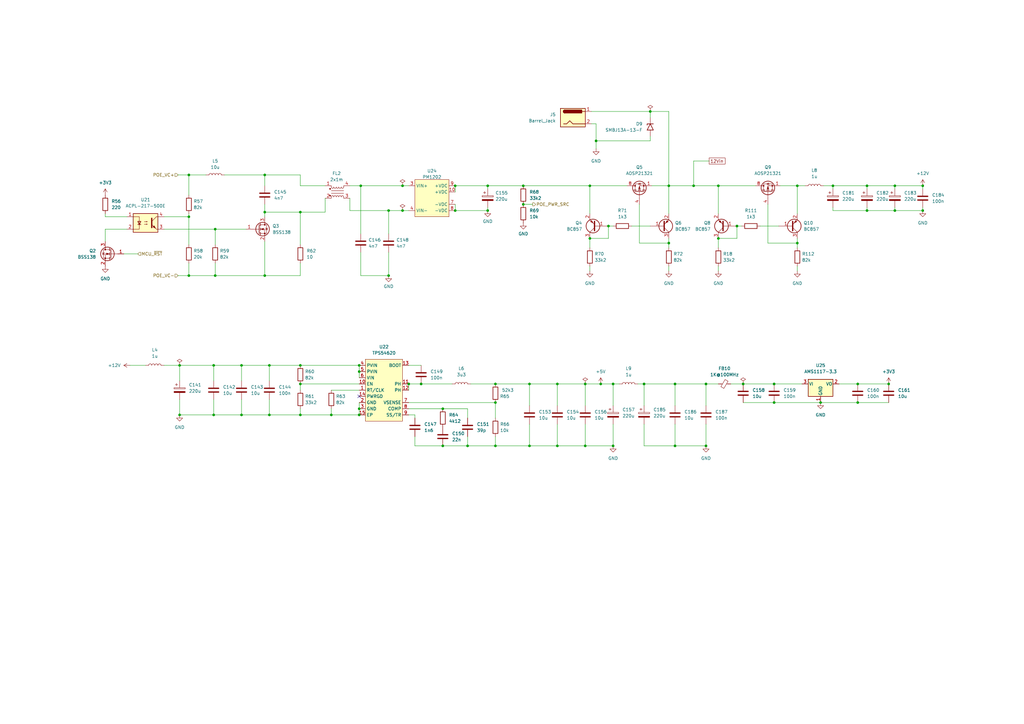
<source format=kicad_sch>
(kicad_sch (version 20230121) (generator eeschema)
  (paper "A3")
  (title_block (title "Kirdy") (date "2022-07-03") (rev "r0.1") (company "M-Labs") (comment 1 "Alex Wong Tat Hang"))
  (lib_symbols
    (symbol "Connector:Barrel_Jack" (pin_names (offset 1.016))
      (property "Reference" "J" (at 0 5.334 0))
      (property "Value" "Barrel_Jack" (at 0 -5.08 0))
      (symbol "Barrel_Jack_1_1"
        (pin passive line (at 7.62 2.54 180) (length 2.54) (name "~") (number "1"))
        (pin passive line (at 7.62 -2.54 180) (length 2.54) (name "~") (number "2"))
      )
    )
    (symbol "Device:C" (pin_numbers hide) (pin_names (offset 0.254))
      (property "Reference" "C" (at 0.635 2.54 0))
      (property "Value" "C" (at 0.635 -2.54 0))
      (symbol "C_1_1"
        (pin passive line (at 0 3.81 270) (length 2.794) (name "~") (number "1"))
        (pin passive line (at 0 -3.81 90) (length 2.794) (name "~") (number "2"))
      )
    )
    (symbol "Device:C_Polarized" (pin_numbers hide) (pin_names (offset 0.254))
      (property "Reference" "C" (at 0.635 2.54 0))
      (property "Value" "C_Polarized" (at 0.635 -2.54 0))
      (symbol "C_Polarized_1_1"
        (pin passive line (at 0 3.81 270) (length 2.794) (name "~") (number "1"))
        (pin passive line (at 0 -3.81 90) (length 2.794) (name "~") (number "2"))
      )
    )
    (symbol "Device:FerriteBead_Small" (pin_numbers hide) (pin_names (offset 0))
      (property "Reference" "FB" (at 1.905 1.27 0))
      (property "Value" "FerriteBead_Small" (at 1.905 -1.27 0))
      (symbol "FerriteBead_Small_1_1"
        (pin passive line (at 0 2.54 270) (length 1.27) (name "~") (number "1"))
        (pin passive line (at 0 -2.54 90) (length 1.27) (name "~") (number "2"))
      )
    )
    (symbol "Device:Filter_EMI_LL_1423" (pin_names hide)
      (property "Reference" "FL" (at 0 4.445 0))
      (property "Value" "Filter_EMI_LL_1423" (at 0 -4.445 0))
      (symbol "Filter_EMI_LL_1423_1_1"
        (pin passive line (at -5.08 -2.54 0) (length 2.54) (name "1") (number "1"))
        (pin passive line (at -5.08 2.54 0) (length 2.54) (name "2") (number "2"))
        (pin passive line (at 5.08 2.54 180) (length 2.54) (name "3") (number "3"))
        (pin passive line (at 5.08 -2.54 180) (length 2.54) (name "4") (number "4"))
      )
    )
    (symbol "Device:L" (pin_numbers hide) (pin_names (offset 1.016) hide)
      (property "Reference" "L" (at -1.27 0 90))
      (property "Value" "L" (at 1.905 0 90))
      (symbol "L_1_1"
        (pin passive line (at 0 3.81 270) (length 1.27) (name "1") (number "1"))
        (pin passive line (at 0 -3.81 90) (length 1.27) (name "2") (number "2"))
      )
    )
    (symbol "Device:R" (pin_numbers hide) (pin_names (offset 0))
      (property "Reference" "R" (at 2.032 0 90))
      (property "Value" "R" (at 0 0 90))
      (symbol "R_1_1"
        (pin passive line (at 0 3.81 270) (length 1.27) (name "~") (number "1"))
        (pin passive line (at 0 -3.81 90) (length 1.27) (name "~") (number "2"))
      )
    )
    (symbol "Diode:SM6T15A" (pin_numbers hide) (pin_names (offset 1.016) hide)
      (property "Reference" "D" (at 0 2.54 0))
      (property "Value" "SM6T15A" (at 0 -2.54 0))
      (symbol "SM6T15A_1_1"
        (pin passive line (at -3.81 0 0) (length 2.54) (name "A1") (number "1"))
        (pin passive line (at 3.81 0 180) (length 2.54) (name "A2") (number "2"))
      )
    )
    (symbol "Isolator:SFH617A-2X009T"
      (property "Reference" "U" (at -3.81 5.08 0))
      (property "Value" "SFH617A-2X009T" (at 0 -5.08 0))
      (symbol "SFH617A-2X009T_1_1"
        (pin passive line (at -7.62 2.54 0) (length 2.54) (name "~") (number "1"))
        (pin passive line (at -7.62 -2.54 0) (length 2.54) (name "~") (number "2"))
        (pin passive line (at 7.62 -2.54 180) (length 2.54) (name "~") (number "3"))
        (pin passive line (at 7.62 2.54 180) (length 2.54) (name "~") (number "4"))
      )
    )
    (symbol "Regulator_Linear:AMS1117-3.3" (pin_names (offset 0.254))
      (property "Reference" "U" (at -3.81 3.175 0))
      (property "Value" "AMS1117-3.3" (at 0 3.175 0))
      (symbol "AMS1117-3.3_1_1"
        (pin power_in line (at 0 -7.62 90) (length 2.54) (name "GND") (number "1"))
        (pin power_out line (at 7.62 0 180) (length 2.54) (name "VO") (number "2"))
        (pin power_in line (at -7.62 0 0) (length 2.54) (name "VI") (number "3"))
      )
    )
    (symbol "Transistor_BJT:BC857" (pin_names (offset 0) hide)
      (property "Reference" "Q" (at 5.08 1.905 0))
      (property "Value" "BC857" (at 5.08 0 0))
      (symbol "BC857_1_1"
        (pin input line (at -5.08 0 0) (length 5.715) (name "B") (number "1"))
        (pin passive line (at 2.54 -5.08 90) (length 2.54) (name "E") (number "2"))
        (pin passive line (at 2.54 5.08 270) (length 2.54) (name "C") (number "3"))
      )
    )
    (symbol "Transistor_FET:BSS138" (pin_names hide)
      (property "Reference" "Q" (at 5.08 1.905 0))
      (property "Value" "BSS138" (at 5.08 0 0))
      (symbol "BSS138_1_1"
        (pin input line (at -5.08 0 0) (length 2.54) (name "G") (number "1"))
        (pin passive line (at 2.54 -5.08 90) (length 2.54) (name "S") (number "2"))
        (pin passive line (at 2.54 5.08 270) (length 2.54) (name "D") (number "3"))
      )
    )
    (symbol "Transistor_FET:FDS9435A" (pin_names hide)
      (property "Reference" "Q" (at 5.08 1.905 0))
      (property "Value" "FDS9435A" (at 5.08 0 0))
      (symbol "FDS9435A_1_1"
        (pin passive line (at 2.54 -5.08 90) (length 2.54) (name "S") (number "1"))
        (pin passive line (at 2.54 -5.08 90) (length 2.54) hide (name "S") (number "2"))
        (pin passive line (at 2.54 -5.08 90) (length 2.54) hide (name "S") (number "3"))
        (pin passive line (at -5.08 0 0) (length 2.54) (name "G") (number "4"))
        (pin passive line (at 2.54 5.08 270) (length 2.54) hide (name "D") (number "5"))
        (pin passive line (at 2.54 5.08 270) (length 2.54) hide (name "D") (number "6"))
        (pin passive line (at 2.54 5.08 270) (length 2.54) hide (name "D") (number "7"))
        (pin passive line (at 2.54 5.08 270) (length 2.54) (name "D") (number "8"))
      )
    )
    (symbol "kirdy:PM1202"
      (property "Reference" "U" (at 6.35 -6.35 0))
      (property "Value" "PM1202" (at -2.54 -6.35 0))
      (symbol "PM1202_0_0"
        (pin no_connect line (at -2.54 6.35 90) (length 2.54) hide (name "NC") (number "1"))
        (pin power_out line (at 10.16 5.08 180) (length 2.54) (name "+VDC") (number "10"))
        (pin no_connect line (at -0.635 5.715 90) (length 2.54) hide (name "NC") (number "2"))
        (pin power_in line (at -8.89 7.62 0) (length 2.54) (name "VIN+") (number "3"))
        (pin power_in line (at -8.89 -2.54 0) (length 2.54) (name "VIN-") (number "4"))
        (pin no_connect line (at 0.635 5.715 90) (length 2.54) hide (name "NC") (number "5"))
        (pin no_connect line (at 1.905 5.715 90) (length 2.54) hide (name "NC") (number "6"))
        (pin passive line (at 10.16 0 180) (length 2.54) (name "-VDC") (number "7"))
        (pin power_out line (at 10.16 -2.54 180) (length 2.54) (name "-VDC") (number "8"))
        (pin input line (at 10.16 7.62 180) (length 2.54) (name "+VDC") (number "9"))
      )
    )
    (symbol "kirdy:TPS54620"
      (property "Reference" "U" (at 0 -17.78 0))
      (property "Value" "TPS54620" (at 0 -15.24 0))
      (symbol "TPS54620_0_0"
        (pin input line (at -10.16 0 0) (length 2.54) (name "RT/CLK") (number "1"))
        (pin input line (at -10.16 2.54 0) (length 2.54) (name "EN") (number "10"))
        (pin power_out line (at 10.16 2.54 180) (length 2.54) (name "PH") (number "11"))
        (pin passive line (at 10.16 0 180) (length 2.54) (name "PH") (number "12"))
        (pin input line (at 10.16 10.16 180) (length 2.54) (name "BOOT") (number "13"))
        (pin output line (at -10.16 -2.54 0) (length 2.54) (name "PWRGD") (number "14"))
        (pin power_in line (at -10.16 -10.16 0) (length 2.54) (name "EP") (number "15"))
        (pin power_in line (at -10.16 -5.08 0) (length 2.54) (name "GND") (number "2"))
        (pin power_in line (at -10.16 -7.62 0) (length 2.54) (name "GND") (number "3"))
        (pin power_in line (at -10.16 10.16 0) (length 2.54) (name "PVIN") (number "4"))
        (pin power_in line (at -10.16 7.62 0) (length 2.54) (name "PVIN") (number "5"))
        (pin power_in line (at -10.16 5.08 0) (length 2.54) (name "VIN") (number "6"))
        (pin input line (at 10.16 -5.08 180) (length 2.54) (name "VSENSE") (number "7"))
        (pin output line (at 10.16 -7.62 180) (length 2.54) (name "COMP") (number "8"))
        (pin output line (at 10.16 -10.16 180) (length 2.54) (name "SS/TR") (number "9"))
      )
    )
    (symbol "power:+12V" (power) (pin_names (offset 0))
      (property "Value" "+12V" (at 0 3.556 0))
      (symbol "+12V_1_1"
        (pin power_in line (at 0 0 90) (length 0) hide (name "+12V") (number "1"))
      )
    )
    (symbol "power:+3V3" (power) (pin_names (offset 0))
      (property "Value" "+3V3" (at 0 3.556 0))
      (symbol "+3V3_1_1"
        (pin power_in line (at 0 0 90) (length 0) hide (name "+3V3") (number "1"))
      )
    )
    (symbol "power:+5V" (power) (pin_names (offset 0))
      (property "Value" "+5V" (at 0 3.556 0))
      (symbol "+5V_1_1"
        (pin power_in line (at 0 0 90) (length 0) hide (name "+5V") (number "1"))
      )
    )
    (symbol "power:GND" (power) (pin_names (offset 0))
      (property "Value" "GND" (at 0 -3.81 0))
      (symbol "GND_1_1"
        (pin power_in line (at 0 0 270) (length 0) hide (name "GND") (number "1"))
      )
    )
    (symbol "power:PWR_FLAG" (power) (pin_numbers hide) (pin_names (offset 0) hide)
      (property "Value" "PWR_FLAG" (at 0 3.81 0))
      (symbol "PWR_FLAG_0_0"
        (pin power_out line (at 0 0 90) (length 0) (name "pwr") (number "1"))
      )
    )
  )
  (junction (at 214.63 76.2))
  (junction (at 87.63 149.86))
  (junction (at 200.025 86.36))
  (junction (at 186.69 86.36))
  (junction (at 364.49 157.48))
  (junction (at 241.935 97.79))
  (junction (at 276.86 157.48))
  (junction (at 181.61 182.88))
  (junction (at 274.32 99.695))
  (junction (at 147.32 167.64))
  (junction (at 241.935 76.2))
  (junction (at 88.265 93.98))
  (junction (at 251.46 182.88))
  (junction (at 181.61 167.64))
  (junction (at 284.48 76.2))
  (junction (at 246.38 157.48))
  (junction (at 108.585 86.995))
  (junction (at 317.5 165.1))
  (junction (at 228.6 157.48))
  (junction (at 203.2 157.48))
  (junction (at 77.47 113.03))
  (junction (at 123.19 86.995))
  (junction (at 378.46 86.36))
  (junction (at 251.46 157.48))
  (junction (at 110.49 170.18))
  (junction (at 167.64 157.48))
  (junction (at 159.385 113.03))
  (junction (at 274.32 76.2))
  (junction (at 135.89 170.18))
  (junction (at 73.66 170.18))
  (junction (at 214.63 83.82))
  (junction (at 302.26 92.71))
  (junction (at 200.025 76.2))
  (junction (at 165.1 86.36))
  (junction (at 244.475 57.785))
  (junction (at 77.47 88.9))
  (junction (at 240.03 182.88))
  (junction (at 147.32 149.86))
  (junction (at 203.2 182.88))
  (junction (at 336.55 165.1))
  (junction (at 108.585 113.03))
  (junction (at 240.03 157.48))
  (junction (at 249.555 92.71))
  (junction (at 110.49 149.86))
  (junction (at 351.79 165.1))
  (junction (at 147.955 76.2))
  (junction (at 108.585 71.755))
  (junction (at 294.64 97.79))
  (junction (at 123.19 170.18))
  (junction (at 317.5 157.48))
  (junction (at 289.56 157.48))
  (junction (at 351.79 157.48))
  (junction (at 203.2 165.1))
  (junction (at 327.025 76.2))
  (junction (at 355.6 86.36))
  (junction (at 367.03 76.2))
  (junction (at 217.17 182.88))
  (junction (at 165.1 76.2))
  (junction (at 304.8 157.48))
  (junction (at 217.17 157.48))
  (junction (at 87.63 170.18))
  (junction (at 378.46 76.2))
  (junction (at 123.19 149.86))
  (junction (at 341.63 76.2))
  (junction (at 73.66 149.86))
  (junction (at 186.69 76.2))
  (junction (at 266.7 45.72))
  (junction (at 77.47 71.755))
  (junction (at 327.025 99.695))
  (junction (at 99.06 170.18))
  (junction (at 294.64 76.2))
  (junction (at 289.56 182.88))
  (junction (at 88.265 113.03))
  (junction (at 147.32 152.4))
  (junction (at 367.03 86.36))
  (junction (at 228.6 182.88))
  (junction (at 191.77 182.88))
  (junction (at 99.06 149.86))
  (junction (at 159.385 86.36))
  (junction (at 123.19 157.48))
  (junction (at 276.86 182.88))
  (junction (at 147.32 170.18))
  (junction (at 172.72 157.48))
  (junction (at 264.16 157.48))
  (junction (at 355.6 76.2))
  (no_connect (at 147.32 162.56))
  (wire (pts (xy 337.82 76.2) (xy 341.63 76.2)))
  (wire (pts (xy 92.075 71.755) (xy 108.585 71.755)))
  (wire (pts (xy 108.585 86.995) (xy 108.585 88.9)))
  (wire (pts (xy 135.89 167.64) (xy 135.89 170.18)))
  (wire (pts (xy 294.64 76.2) (xy 309.88 76.2)))
  (wire (pts (xy 133.35 76.2) (xy 123.19 76.2)))
  (wire (pts (xy 378.46 77.47) (xy 378.46 76.2)))
  (wire (pts (xy 87.63 149.86) (xy 99.06 149.86)))
  (wire (pts (xy 147.32 165.1) (xy 147.32 167.64)))
  (wire (pts (xy 67.31 93.98) (xy 88.265 93.98)))
  (wire (pts (xy 186.69 86.36) (xy 200.025 86.36)))
  (wire (pts (xy 327.025 76.2) (xy 327.025 87.63)))
  (wire (pts (xy 110.49 149.86) (xy 123.19 149.86)))
  (wire (pts (xy 355.6 76.2) (xy 355.6 77.47)))
  (wire (pts (xy 50.8 104.14) (xy 56.515 104.14)))
  (wire (pts (xy 147.955 113.03) (xy 159.385 113.03)))
  (wire (pts (xy 123.19 86.995) (xy 123.19 100.33)))
  (wire (pts (xy 99.06 163.83) (xy 99.06 170.18)))
  (wire (pts (xy 264.16 157.48) (xy 276.86 157.48)))
  (wire (pts (xy 133.35 81.28) (xy 133.35 86.995)))
  (wire (pts (xy 241.935 76.2) (xy 257.175 76.2)))
  (wire (pts (xy 186.69 83.82) (xy 186.69 86.36)))
  (wire (pts (xy 294.64 97.79) (xy 294.64 101.6)))
  (wire (pts (xy 159.385 103.505) (xy 159.385 113.03)))
  (wire (pts (xy 135.89 160.02) (xy 147.32 160.02)))
  (wire (pts (xy 228.6 182.88) (xy 240.03 182.88)))
  (wire (pts (xy 327.025 99.695) (xy 327.025 101.6)))
  (wire (pts (xy 266.7 45.72) (xy 242.57 45.72)))
  (wire (pts (xy 99.06 170.18) (xy 110.49 170.18)))
  (wire (pts (xy 110.49 170.18) (xy 123.19 170.18)))
  (wire (pts (xy 143.51 86.36) (xy 159.385 86.36)))
  (wire (pts (xy 274.32 76.2) (xy 284.48 76.2)))
  (wire (pts (xy 367.03 76.2) (xy 378.46 76.2)))
  (wire (pts (xy 304.8 165.1) (xy 317.5 165.1)))
  (wire (pts (xy 170.18 179.07) (xy 170.18 182.88)))
  (wire (pts (xy 203.2 182.88) (xy 203.2 179.07)))
  (wire (pts (xy 181.61 167.64) (xy 191.77 167.64)))
  (wire (pts (xy 217.17 157.48) (xy 217.17 166.37)))
  (wire (pts (xy 53.34 149.86) (xy 59.69 149.86)))
  (wire (pts (xy 267.335 76.2) (xy 274.32 76.2)))
  (wire (pts (xy 165.1 76.2) (xy 167.64 76.2)))
  (wire (pts (xy 147.32 149.86) (xy 147.32 152.4)))
  (wire (pts (xy 73.025 113.03) (xy 77.47 113.03)))
  (wire (pts (xy 67.31 88.9) (xy 77.47 88.9)))
  (wire (pts (xy 167.64 149.86) (xy 172.72 149.86)))
  (wire (pts (xy 123.19 157.48) (xy 123.19 160.02)))
  (wire (pts (xy 88.265 113.03) (xy 88.265 107.95)))
  (wire (pts (xy 123.19 167.64) (xy 123.19 170.18)))
  (wire (pts (xy 73.66 163.83) (xy 73.66 170.18)))
  (wire (pts (xy 240.03 157.48) (xy 240.03 166.37)))
  (wire (pts (xy 251.46 182.88) (xy 251.46 173.99)))
  (wire (pts (xy 108.585 86.995) (xy 123.19 86.995)))
  (wire (pts (xy 317.5 157.48) (xy 328.93 157.48)))
  (wire (pts (xy 276.86 157.48) (xy 289.56 157.48)))
  (wire (pts (xy 99.06 149.86) (xy 110.49 149.86)))
  (wire (pts (xy 165.1 86.36) (xy 167.64 86.36)))
  (wire (pts (xy 123.19 71.755) (xy 108.585 71.755)))
  (wire (pts (xy 320.04 76.2) (xy 327.025 76.2)))
  (wire (pts (xy 167.64 165.1) (xy 203.2 165.1)))
  (wire (pts (xy 284.48 76.2) (xy 294.64 76.2)))
  (wire (pts (xy 77.47 80.01) (xy 77.47 71.755)))
  (wire (pts (xy 289.56 173.99) (xy 289.56 182.88)))
  (wire (pts (xy 251.46 157.48) (xy 251.46 166.37)))
  (wire (pts (xy 274.32 76.2) (xy 274.32 87.63)))
  (wire (pts (xy 123.19 157.48) (xy 147.32 157.48)))
  (wire (pts (xy 123.19 113.03) (xy 108.585 113.03)))
  (wire (pts (xy 244.475 50.8) (xy 242.57 50.8)))
  (wire (pts (xy 266.7 55.88) (xy 266.7 57.785)))
  (wire (pts (xy 87.63 170.18) (xy 99.06 170.18)))
  (wire (pts (xy 135.89 170.18) (xy 147.32 170.18)))
  (wire (pts (xy 77.47 113.03) (xy 88.265 113.03)))
  (wire (pts (xy 351.79 157.48) (xy 364.49 157.48)))
  (wire (pts (xy 123.19 107.95) (xy 123.19 113.03)))
  (wire (pts (xy 200.025 76.2) (xy 200.025 77.47)))
  (wire (pts (xy 327.025 76.2) (xy 330.2 76.2)))
  (wire (pts (xy 123.19 149.86) (xy 147.32 149.86)))
  (wire (pts (xy 276.86 166.37) (xy 276.86 157.48)))
  (wire (pts (xy 143.51 81.28) (xy 143.51 86.36)))
  (wire (pts (xy 276.86 182.88) (xy 289.56 182.88)))
  (wire (pts (xy 43.18 93.98) (xy 52.07 93.98)))
  (wire (pts (xy 73.66 156.21) (xy 73.66 149.86)))
  (wire (pts (xy 294.64 109.22) (xy 294.64 111.125)))
  (wire (pts (xy 108.585 113.03) (xy 88.265 113.03)))
  (wire (pts (xy 217.17 157.48) (xy 228.6 157.48)))
  (wire (pts (xy 77.47 87.63) (xy 77.47 88.9)))
  (wire (pts (xy 77.47 71.755) (xy 84.455 71.755)))
  (wire (pts (xy 159.385 86.36) (xy 159.385 95.885)))
  (wire (pts (xy 43.18 99.06) (xy 43.18 93.98)))
  (wire (pts (xy 378.46 85.09) (xy 378.46 86.36)))
  (wire (pts (xy 203.2 157.48) (xy 217.17 157.48)))
  (wire (pts (xy 344.17 157.48) (xy 351.79 157.48)))
  (wire (pts (xy 123.19 170.18) (xy 135.89 170.18)))
  (wire (pts (xy 170.18 182.88) (xy 181.61 182.88)))
  (wire (pts (xy 266.7 45.72) (xy 274.32 45.72)))
  (wire (pts (xy 294.64 76.2) (xy 294.64 87.63)))
  (wire (pts (xy 284.48 66.04) (xy 284.48 76.2)))
  (wire (pts (xy 290.83 66.04) (xy 284.48 66.04)))
  (wire (pts (xy 266.7 45.72) (xy 266.7 48.26)))
  (wire (pts (xy 367.03 76.2) (xy 367.03 77.47)))
  (wire (pts (xy 191.77 182.88) (xy 203.2 182.88)))
  (wire (pts (xy 172.72 157.48) (xy 185.42 157.48)))
  (wire (pts (xy 261.62 157.48) (xy 264.16 157.48)))
  (wire (pts (xy 108.585 71.755) (xy 108.585 76.2)))
  (wire (pts (xy 327.025 109.22) (xy 327.025 111.125)))
  (wire (pts (xy 341.63 76.2) (xy 355.6 76.2)))
  (wire (pts (xy 77.47 88.9) (xy 77.47 100.33)))
  (wire (pts (xy 110.49 163.83) (xy 110.49 170.18)))
  (wire (pts (xy 314.96 99.695) (xy 327.025 99.695)))
  (wire (pts (xy 249.555 92.71) (xy 251.46 92.71)))
  (wire (pts (xy 341.63 76.2) (xy 341.63 77.47)))
  (wire (pts (xy 88.265 93.98) (xy 100.965 93.98)))
  (wire (pts (xy 43.18 87.63) (xy 43.18 88.9)))
  (wire (pts (xy 203.2 182.88) (xy 217.17 182.88)))
  (wire (pts (xy 254 157.48) (xy 251.46 157.48)))
  (wire (pts (xy 244.475 57.785) (xy 266.7 57.785)))
  (wire (pts (xy 241.935 97.79) (xy 241.935 101.6)))
  (wire (pts (xy 355.6 76.2) (xy 367.03 76.2)))
  (wire (pts (xy 241.935 76.2) (xy 241.935 87.63)))
  (wire (pts (xy 88.265 93.98) (xy 88.265 100.33)))
  (wire (pts (xy 314.96 83.82) (xy 314.96 99.695)))
  (wire (pts (xy 228.6 157.48) (xy 240.03 157.48)))
  (wire (pts (xy 264.16 182.88) (xy 264.16 173.99)))
  (wire (pts (xy 77.47 107.95) (xy 77.47 113.03)))
  (wire (pts (xy 367.03 85.09) (xy 367.03 86.36)))
  (wire (pts (xy 73.66 149.86) (xy 87.63 149.86)))
  (wire (pts (xy 262.255 83.82) (xy 262.255 99.695)))
  (wire (pts (xy 200.025 86.36) (xy 200.025 85.09)))
  (wire (pts (xy 147.955 103.505) (xy 147.955 113.03)))
  (wire (pts (xy 147.32 167.64) (xy 147.32 170.18)))
  (wire (pts (xy 299.72 157.48) (xy 304.8 157.48)))
  (wire (pts (xy 244.475 57.785) (xy 244.475 50.8)))
  (wire (pts (xy 274.32 109.22) (xy 274.32 111.125)))
  (wire (pts (xy 241.935 109.22) (xy 241.935 111.125)))
  (wire (pts (xy 87.63 149.86) (xy 87.63 156.21)))
  (wire (pts (xy 186.69 76.2) (xy 186.69 78.74)))
  (wire (pts (xy 317.5 165.1) (xy 336.55 165.1)))
  (wire (pts (xy 203.2 171.45) (xy 203.2 165.1)))
  (wire (pts (xy 167.64 157.48) (xy 172.72 157.48)))
  (wire (pts (xy 147.32 152.4) (xy 147.32 154.94)))
  (wire (pts (xy 108.585 99.06) (xy 108.585 113.03)))
  (wire (pts (xy 170.18 170.18) (xy 170.18 171.45)))
  (wire (pts (xy 193.04 157.48) (xy 203.2 157.48)))
  (wire (pts (xy 241.935 97.79) (xy 249.555 97.79)))
  (wire (pts (xy 133.35 86.995) (xy 123.19 86.995)))
  (wire (pts (xy 367.03 86.36) (xy 378.46 86.36)))
  (wire (pts (xy 214.63 83.82) (xy 218.44 83.82)))
  (wire (pts (xy 159.385 86.36) (xy 165.1 86.36)))
  (wire (pts (xy 228.6 157.48) (xy 228.6 166.37)))
  (wire (pts (xy 264.16 182.88) (xy 276.86 182.88)))
  (wire (pts (xy 87.63 163.83) (xy 87.63 170.18)))
  (wire (pts (xy 191.77 182.88) (xy 191.77 179.07)))
  (wire (pts (xy 249.555 97.79) (xy 249.555 92.71)))
  (wire (pts (xy 294.64 97.79) (xy 302.26 97.79)))
  (wire (pts (xy 240.03 173.99) (xy 240.03 182.88)))
  (wire (pts (xy 108.585 83.82) (xy 108.585 86.995)))
  (wire (pts (xy 217.17 173.99) (xy 217.17 182.88)))
  (wire (pts (xy 167.64 170.18) (xy 170.18 170.18)))
  (wire (pts (xy 327.025 97.79) (xy 327.025 99.695)))
  (wire (pts (xy 186.69 76.2) (xy 200.025 76.2)))
  (wire (pts (xy 246.38 157.48) (xy 251.46 157.48)))
  (wire (pts (xy 181.61 182.88) (xy 191.77 182.88)))
  (wire (pts (xy 341.63 86.36) (xy 355.6 86.36)))
  (wire (pts (xy 355.6 86.36) (xy 367.03 86.36)))
  (wire (pts (xy 73.66 170.18) (xy 87.63 170.18)))
  (wire (pts (xy 123.19 76.2) (xy 123.19 71.755)))
  (wire (pts (xy 355.6 85.09) (xy 355.6 86.36)))
  (wire (pts (xy 276.86 173.99) (xy 276.86 182.88)))
  (wire (pts (xy 302.26 92.71) (xy 304.165 92.71)))
  (wire (pts (xy 67.31 149.86) (xy 73.66 149.86)))
  (wire (pts (xy 228.6 173.99) (xy 228.6 182.88)))
  (wire (pts (xy 110.49 149.86) (xy 110.49 156.21)))
  (wire (pts (xy 264.16 166.37) (xy 264.16 157.48)))
  (wire (pts (xy 191.77 167.64) (xy 191.77 171.45)))
  (wire (pts (xy 240.03 182.88) (xy 251.46 182.88)))
  (wire (pts (xy 147.955 76.2) (xy 165.1 76.2)))
  (wire (pts (xy 274.32 99.695) (xy 274.32 101.6)))
  (wire (pts (xy 262.255 99.695) (xy 274.32 99.695)))
  (wire (pts (xy 341.63 86.36) (xy 341.63 85.09)))
  (wire (pts (xy 351.79 165.1) (xy 364.49 165.1)))
  (wire (pts (xy 167.64 167.64) (xy 181.61 167.64)))
  (wire (pts (xy 304.8 157.48) (xy 317.5 157.48)))
  (wire (pts (xy 274.32 45.72) (xy 274.32 76.2)))
  (wire (pts (xy 200.025 76.2) (xy 214.63 76.2)))
  (wire (pts (xy 259.08 92.71) (xy 266.7 92.71)))
  (wire (pts (xy 99.06 156.21) (xy 99.06 149.86)))
  (wire (pts (xy 311.785 92.71) (xy 319.405 92.71)))
  (wire (pts (xy 289.56 157.48) (xy 294.64 157.48)))
  (wire (pts (xy 302.26 97.79) (xy 302.26 92.71)))
  (wire (pts (xy 167.64 157.48) (xy 167.64 160.02)))
  (wire (pts (xy 73.025 71.755) (xy 77.47 71.755)))
  (wire (pts (xy 143.51 76.2) (xy 147.955 76.2)))
  (wire (pts (xy 214.63 76.2) (xy 241.935 76.2)))
  (wire (pts (xy 43.18 88.9) (xy 52.07 88.9)))
  (wire (pts (xy 147.955 76.2) (xy 147.955 95.885)))
  (wire (pts (xy 274.32 97.79) (xy 274.32 99.695)))
  (wire (pts (xy 240.03 157.48) (xy 246.38 157.48)))
  (wire (pts (xy 217.17 182.88) (xy 228.6 182.88)))
  (wire (pts (xy 244.475 60.96) (xy 244.475 57.785)))
  (wire (pts (xy 289.56 166.37) (xy 289.56 157.48)))
  (wire (pts (xy 336.55 165.1) (xy 351.79 165.1)))
  (global_label "12Vin" (shape passive) (at 290.83 66.04 0) (property "Intersheetrefs" "${INTERSHEET_REFS}" (effects hide)))
  (hierarchical_label "POE_PWR_SRC" (shape output) (at 218.44 83.82 0))
  (hierarchical_label "POE_VC+" (shape input) (at 73.025 71.755 180))
  (hierarchical_label "POE_VC-" (shape input) (at 73.025 113.03 180))
  (hierarchical_label "MCU_~{RST}" (shape input) (at 56.515 104.14 0))
  (symbol (lib_id "Device:L") (at 189.23 157.48 90) (unit 1)
    (property "Reference" "L6" (at 189.23 151.13 90))
    (property "Value" "3u3" (at 189.23 153.67 90))
    (property "Footprint" "Inductor_SMD:L_Wuerth_MAPI-4020" (effects hide))
    (property "MFR_PN" "74438356033" (effects hide))
  )
  (symbol (lib_id "Device:C") (at 276.86 170.18 0) (unit 1)
    (property "Reference" "C186" (at 280.67 168.9099 0) (effects (justify left)))
    (property "Value" "10u" (at 280.67 171.4499 0) (effects (justify left)))
    (property "Footprint" "Capacitor_SMD:C_0805_2012Metric" (effects hide))
    (property "MFR_PN" "CL21B106KOQNNNG" (effects hide))
    (property "MFR_PN_ALT" "CL21B106KOQNNNE" (effects hide))
  )
  (symbol (lib_id "Device:C") (at 378.46 81.28 0) (unit 1)
    (property "Reference" "C184" (at 382.27 80.0099 0) (effects (justify left)))
    (property "Value" "100n" (at 382.27 82.5499 0) (effects (justify left)))
    (property "Footprint" "Capacitor_SMD:C_0603_1608Metric" (effects hide))
    (property "MFR_PN" "CL10B104KB8NNWC" (effects hide))
    (property "MFR_PN_ALT" "CL10B104KB8NNNL" (effects hide))
  )
  (symbol (lib_id "Transistor_FET:BSS138") (at 106.045 93.98 0) (unit 1)
    (property "Reference" "Q3" (at 111.76 92.7099 0) (effects (justify left)))
    (property "Value" "BSS138" (at 111.76 95.2499 0) (effects (justify left)))
    (property "Footprint" "Package_TO_SOT_SMD:SOT-23" (effects hide))
    (property "Datasheet" "https://www.onsemi.com/pub/Collateral/BSS138-D.PDF" (effects hide))
    (property "MFR_PN" "BSS138W-TP" (effects hide))
    (property "MFR_PN_ALT" "BSS138W-7-F" (effects hide))
  )
  (symbol (lib_id "Device:R") (at 77.47 104.14 0) (unit 1)
    (property "Reference" "R58" (at 79.375 102.8699 0) (effects (justify left)))
    (property "Value" "20k" (at 79.375 105.4099 0) (effects (justify left)))
    (property "Footprint" "Resistor_SMD:R_0603_1608Metric" (effects hide))
    (property "MFR_PN" "RMCF0603FT20K0" (effects hide))
    (property "MFR_PN_ALT" "RC0603FR-0720KL" (effects hide))
  )
  (symbol (lib_id "Device:L") (at 88.265 71.755 90) (unit 1)
    (property "Reference" "L5" (at 88.265 66.04 90))
    (property "Value" "10u" (at 88.265 68.58 90))
    (property "Footprint" "Inductor_SMD:L_Wuerth_WE-PD-Typ-LS" (effects hide))
    (property "MFR_PN" "74477110" (effects hide))
  )
  (symbol (lib_id "Device:R") (at 294.64 105.41 0) (unit 1)
    (property "Reference" "R18" (at 296.545 104.1399 0) (effects (justify left)))
    (property "Value" "33k2" (at 296.545 106.6799 0) (effects (justify left)))
    (property "Footprint" "Resistor_SMD:R_0603_1608Metric" (effects hide))
    (property "MFR_PN" "CR0603-FX-3322ELF" (effects hide))
    (property "MFR_PN_ALT" "RC0603FR-0733K2L" (effects hide))
  )
  (symbol (lib_id "Device:C") (at 170.18 175.26 0) (unit 1)
    (property "Reference" "C147" (at 173.99 173.9899 0) (effects (justify left)))
    (property "Value" "1n6" (at 173.99 176.5299 0) (effects (justify left)))
    (property "Footprint" "Capacitor_SMD:C_0603_1608Metric" (effects hide))
    (property "MFR_PN" "GCM1885C1H162FA16D" (effects hide))
    (property "MFR_PN_ALT" "C0603C162J5GAC7867" (effects hide))
  )
  (symbol (lib_id "Device:C_Polarized") (at 264.16 170.18 0) (unit 1)
    (property "Reference" "C185" (at 267.97 168.0209 0) (effects (justify left)))
    (property "Value" "220u" (at 267.97 170.5609 0) (effects (justify left)))
    (property "Footprint" "Capacitor_Tantalum_SMD:CP_EIA-7343-15_Kemet-W" (effects hide))
    (property "MFR_PN" "T491D227K016AT" (effects hide))
    (property "MFR_PN_ALT" "293D227X9016E2TE3" (effects hide))
  )
  (symbol (lib_id "Isolator:SFH617A-2X009T") (at 59.69 91.44 0) (unit 1)
    (property "Reference" "U21" (at 59.69 81.915 0))
    (property "Value" "ACPL-217-500E" (at 59.69 84.455 0))
    (property "Footprint" "Package_DIP:SMDIP-4_W7.62mm" (effects hide))
    (property "Datasheet" "http://www.vishay.com/docs/83740/sfh617a.pdf" (effects hide))
    (property "MFR_PN" "EL3H7(C)(TA)-VG" (effects hide))
  )
  (symbol (lib_id "Transistor_BJT:BC857") (at 324.485 92.71 0) (mirror x) (unit 1)
    (property "Reference" "Q10" (at 329.565 91.4399 0) (effects (justify left)))
    (property "Value" "BC857" (at 329.565 93.9799 0) (effects (justify left)))
    (property "Footprint" "Package_TO_SOT_SMD:SOT-23" (effects hide))
    (property "Datasheet" "https://www.onsemi.com/pub/Collateral/BC860-D.pdf" (effects hide))
    (property "MFR_PN" "BC857B-TP" (effects hide))
    (property "MFR_PN_ALT" "BC857C-TP" (effects hide))
  )
  (symbol (lib_id "Device:C") (at 108.585 80.01 0) (unit 1)
    (property "Reference" "C145" (at 112.395 78.7399 0) (effects (justify left)))
    (property "Value" "4n7" (at 112.395 81.2799 0) (effects (justify left)))
    (property "Footprint" "Capacitor_SMD:C_1206_3216Metric" (effects hide))
    (property "MFR_PN" "12067C472KAT2A" (effects hide))
    (property "MFR_PN_ALT" "1206B472K501NT" (effects hide))
  )
  (symbol (lib_id "Device:C") (at 240.03 170.18 0) (unit 1)
    (property "Reference" "C156" (at 243.84 168.9099 0) (effects (justify left)))
    (property "Value" "10u" (at 243.84 171.4499 0) (effects (justify left)))
    (property "Footprint" "Capacitor_SMD:C_0805_2012Metric" (effects hide))
    (property "MFR_PN" "CL21B106KOQNNNG" (effects hide))
    (property "MFR_PN_ALT" "CL21B106KOQNNNE" (effects hide))
  )
  (symbol (lib_id "Device:R") (at 88.265 104.14 0) (unit 1)
    (property "Reference" "R59" (at 90.17 102.8699 0) (effects (justify left)))
    (property "Value" "82k" (at 90.17 105.4099 0) (effects (justify left)))
    (property "Footprint" "Resistor_SMD:R_0603_1608Metric" (effects hide))
    (property "MFR_PN" "CRGCQ0603F82K" (effects hide))
    (property "MFR_PN_ALT" "RMCF0603FT82K0" (effects hide))
  )
  (symbol (lib_id "power:GND") (at 159.385 113.03 0) (unit 1)
    (property "Reference" "#PWR0129" (effects hide))
    (property "Value" "GND" (at 159.385 117.475 0))
  )
  (symbol (lib_id "Device:C") (at 147.955 99.695 0) (unit 1)
    (property "Reference" "C146" (at 151.13 98.4249 0) (effects (justify left)))
    (property "Value" "4n7" (at 151.13 100.9649 0) (effects (justify left)))
    (property "Footprint" "Capacitor_SMD:C_1206_3216Metric" (effects hide))
    (property "MFR_PN" "12067C472KAT2A" (effects hide))
    (property "MFR_PN_ALT" "1206B472K501NT" (effects hide))
  )
  (symbol (lib_id "power:GND") (at 244.475 60.96 0) (mirror y) (unit 1)
    (property "Reference" "#PWR0140" (effects hide))
    (property "Value" "GND" (at 244.475 66.04 0))
  )
  (symbol (lib_id "Device:C_Polarized") (at 341.63 81.28 0) (unit 1)
    (property "Reference" "C181" (at 345.44 79.1209 0) (effects (justify left)))
    (property "Value" "220u" (at 345.44 81.6609 0) (effects (justify left)))
    (property "Footprint" "Capacitor_Tantalum_SMD:CP_EIA-7343-15_Kemet-W" (effects hide))
    (property "MFR_PN" "T491D227K016AT" (effects hide))
    (property "MFR_PN_ALT" "293D227X9016E2TE3" (effects hide))
  )
  (symbol (lib_id "power:GND") (at 274.32 111.125 0) (unit 1)
    (property "Reference" "#PWR0137" (effects hide))
    (property "Value" "GND" (at 274.32 116.205 0))
  )
  (symbol (lib_id "Device:R") (at 181.61 171.45 0) (unit 1)
    (property "Reference" "R64" (at 184.15 170.1799 0) (effects (justify left)))
    (property "Value" "4k12" (at 184.15 172.7199 0) (effects (justify left)))
    (property "Footprint" "Resistor_SMD:R_0603_1608Metric" (effects hide))
    (property "MFR_PN" "RMCF0603FT4K12" (effects hide))
    (property "MFR_PN_ALT" "RC0603FR-074K12L" (effects hide))
  )
  (symbol (lib_id "Device:C") (at 304.8 161.29 0) (unit 1)
    (property "Reference" "C158" (at 308.61 160.0199 0) (effects (justify left)))
    (property "Value" "10u" (at 308.61 162.5599 0) (effects (justify left)))
    (property "Footprint" "Capacitor_SMD:C_0805_2012Metric" (effects hide))
    (property "MFR_PN" "CL21B106KOQNNNG" (effects hide))
    (property "MFR_PN_ALT" "CL21B106KOQNNNE" (effects hide))
  )
  (symbol (lib_id "Device:C") (at 351.79 161.29 0) (unit 1)
    (property "Reference" "C160" (at 355.6 160.0199 0) (effects (justify left)))
    (property "Value" "100n" (at 355.6 162.5599 0) (effects (justify left)))
    (property "Footprint" "Capacitor_SMD:C_0603_1608Metric" (effects hide))
    (property "MFR_PN" "CL10B104KB8NNWC" (effects hide))
    (property "MFR_PN_ALT" "CL10B104KB8NNNL" (effects hide))
  )
  (symbol (lib_id "power:+12V") (at 378.46 76.2 0) (unit 1)
    (property "Reference" "#PWR0136" (effects hide))
    (property "Value" "+12V" (at 378.46 71.12 0))
  )
  (symbol (lib_id "power:PWR_FLAG") (at 304.8 157.48 0) (unit 1)
    (property "Reference" "#FLG0111" (effects hide))
    (property "Value" "PWR_FLAG" (effects hide))
  )
  (symbol (lib_id "power:GND") (at 241.935 111.125 0) (unit 1)
    (property "Reference" "#PWR0135" (effects hide))
    (property "Value" "GND" (at 241.935 116.205 0))
  )
  (symbol (lib_id "Device:C") (at 87.63 160.02 0) (unit 1)
    (property "Reference" "C142" (at 91.44 158.7499 0) (effects (justify left)))
    (property "Value" "10u" (at 91.44 161.2899 0) (effects (justify left)))
    (property "Footprint" "Capacitor_SMD:C_0805_2012Metric" (effects hide))
    (property "MFR_PN" "CL21B106KOQNNNG" (effects hide))
    (property "MFR_PN_ALT" "CL21B106KOQNNNE" (effects hide))
  )
  (symbol (lib_id "Device:R") (at 123.19 153.67 0) (unit 1)
    (property "Reference" "R60" (at 125.095 152.3999 0) (effects (justify left)))
    (property "Value" "82k" (at 125.095 154.9399 0) (effects (justify left)))
    (property "Footprint" "Resistor_SMD:R_0603_1608Metric" (effects hide))
    (property "MFR_PN" "CRGCQ0603F82K" (effects hide))
    (property "MFR_PN_ALT" "RMCF0603FT82K0" (effects hide))
  )
  (symbol (lib_id "Device:C_Polarized") (at 251.46 170.18 0) (unit 1)
    (property "Reference" "C157" (at 255.27 168.0209 0) (effects (justify left)))
    (property "Value" "220u" (at 255.27 170.5609 0) (effects (justify left)))
    (property "Footprint" "Capacitor_Tantalum_SMD:CP_EIA-7343-15_Kemet-W" (effects hide))
    (property "MFR_PN" "T491D227K016AT" (effects hide))
    (property "MFR_PN_ALT" "293D227X9016E2TE3" (effects hide))
  )
  (symbol (lib_id "kirdy:PM1202") (at 176.53 83.82 0) (unit 1)
    (property "Reference" "U24" (at 177.165 70.0872 0))
    (property "Value" "PM1202" (at 177.165 72.6241 0))
    (property "Footprint" "kirdy:PM1202" (effects hide))
  )
  (symbol (lib_id "Device:R") (at 307.975 92.71 90) (unit 1)
    (property "Reference" "R111" (at 307.975 86.36 90))
    (property "Value" "1k3" (at 307.975 88.9 90))
    (property "Footprint" "Resistor_SMD:R_0603_1608Metric" (effects hide))
    (property "MFR_PN" "RC0603FR-071K3L" (effects hide))
    (property "MFR_PN_ALT" "CRCW06031K30FKEAC" (effects hide))
  )
  (symbol (lib_id "Device:C") (at 172.72 153.67 0) (unit 1)
    (property "Reference" "C149" (at 176.53 152.3999 0) (effects (justify left)))
    (property "Value" "100n" (at 176.53 154.9399 0) (effects (justify left)))
    (property "Footprint" "Capacitor_SMD:C_0603_1608Metric" (effects hide))
    (property "MFR_PN" "CL10B104KB8NNWC" (effects hide))
    (property "MFR_PN_ALT" "CL10B104KB8NNNL" (effects hide))
  )
  (symbol (lib_id "Diode:SM6T15A") (at 266.7 52.07 90) (mirror x) (unit 1)
    (property "Reference" "D9" (at 263.525 50.7999 90) (effects (justify left)))
    (property "Value" "SMBJ13A-13-F" (at 263.525 53.3399 90) (effects (justify left)))
    (property "Footprint" "Diode_SMD:D_SMB" (effects hide))
    (property "Datasheet" "https://www.st.com/resource/en/datasheet/sm6t.pdf" (effects hide))
    (property "MFR_PN" "SMBJ13A-13-F" (effects hide))
    (property "MFR_PN_ALT" "P6SMB16A" (effects hide))
  )
  (symbol (lib_id "Device:C_Polarized") (at 355.6 81.28 0) (unit 1)
    (property "Reference" "C182" (at 359.41 79.1209 0) (effects (justify left)))
    (property "Value" "220u" (at 359.41 81.6609 0) (effects (justify left)))
    (property "Footprint" "Capacitor_Tantalum_SMD:CP_EIA-7343-15_Kemet-W" (effects hide))
    (property "MFR_PN" "T491D227K016AT" (effects hide))
    (property "MFR_PN_ALT" "293D227X9016E2TE3" (effects hide))
  )
  (symbol (lib_id "Device:C") (at 228.6 170.18 0) (unit 1)
    (property "Reference" "C154" (at 232.41 168.9099 0) (effects (justify left)))
    (property "Value" "10u" (at 232.41 171.4499 0) (effects (justify left)))
    (property "Footprint" "Capacitor_SMD:C_0805_2012Metric" (effects hide))
    (property "MFR_PN" "CL21B106KOQNNNG" (effects hide))
    (property "MFR_PN_ALT" "CL21B106KOQNNNE" (effects hide))
  )
  (symbol (lib_id "Device:R") (at 203.2 161.29 180) (unit 1)
    (property "Reference" "R65" (at 207.01 162.56 0))
    (property "Value" "52k3" (at 208.28 160.02 0))
    (property "Footprint" "Resistor_SMD:R_0603_1608Metric" (effects hide))
    (property "MFR_PN" "CR0603-FX-5232ELF" (effects hide))
    (property "MFR_PN_ALT" "ERJ-3EKF5232V" (effects hide))
  )
  (symbol (lib_id "Device:C") (at 191.77 175.26 0) (unit 1)
    (property "Reference" "C151" (at 195.58 173.9899 0) (effects (justify left)))
    (property "Value" "39p" (at 195.58 176.5299 0) (effects (justify left)))
    (property "Footprint" "Capacitor_SMD:C_0603_1608Metric" (effects hide))
    (property "MFR_PN" "0603N390J500CT" (effects hide))
    (property "MFR_PN_ALT" "CML0603C0G390JT50V" (effects hide))
  )
  (symbol (lib_id "power:+3V3") (at 43.18 80.01 0) (unit 1)
    (property "Reference" "#PWR0126" (effects hide))
    (property "Value" "+3V3" (at 43.18 74.93 0))
  )
  (symbol (lib_id "Device:R") (at 214.63 80.01 0) (unit 1)
    (property "Reference" "R68" (at 217.17 78.7399 0) (effects (justify left)))
    (property "Value" "33k2" (at 217.17 81.2799 0) (effects (justify left)))
    (property "Footprint" "Resistor_SMD:R_0603_1608Metric" (effects hide))
    (property "MFR_PN" "CR0603-FX-3322ELF" (effects hide))
    (property "MFR_PN_ALT" "RC0603FR-0733K2L" (effects hide))
  )
  (symbol (lib_id "power:GND") (at 73.66 170.18 0) (unit 1)
    (property "Reference" "#PWR0128" (effects hide))
    (property "Value" "GND" (at 73.66 175.26 0))
  )
  (symbol (lib_id "power:PWR_FLAG") (at 165.1 76.2 0) (unit 1)
    (property "Reference" "#FLG0115" (effects hide))
    (property "Value" "PWR_FLAG" (effects hide))
  )
  (symbol (lib_id "power:GND") (at 43.18 109.22 0) (unit 1)
    (property "Reference" "#PWR0127" (effects hide))
    (property "Value" "GND" (at 43.18 114.3 0))
  )
  (symbol (lib_id "Device:R") (at 255.27 92.71 90) (unit 1)
    (property "Reference" "R71" (at 255.27 86.36 90))
    (property "Value" "1k3" (at 255.27 88.9 90))
    (property "Footprint" "Resistor_SMD:R_0603_1608Metric" (effects hide))
    (property "MFR_PN" "RC0603FR-071K3L" (effects hide))
    (property "MFR_PN_ALT" "CRCW06031K30FKEAC" (effects hide))
  )
  (symbol (lib_id "Device:C_Polarized") (at 200.025 81.28 0) (unit 1)
    (property "Reference" "C155" (at 203.2 79.1209 0) (effects (justify left)))
    (property "Value" "220u" (at 203.2 81.6609 0) (effects (justify left)))
    (property "Footprint" "Capacitor_Tantalum_SMD:CP_EIA-7343-15_Kemet-W" (effects hide))
    (property "MFR_PN" "T491D227K016AT" (effects hide))
    (property "MFR_PN_ALT" "293D227X9016E2TE3" (effects hide))
  )
  (symbol (lib_id "Device:L") (at 257.81 157.48 90) (unit 1)
    (property "Reference" "L9" (at 257.81 151.13 90))
    (property "Value" "1u" (at 257.81 153.67 90))
    (property "Footprint" "Inductor_SMD:L_1008_2520Metric" (effects hide))
    (property "MFR_PN" "DFE252012F-1R0M=P2" (effects hide))
    (property "MFR_PN_ALT" "DFE252012P-1R0M=P2" (effects hide))
  )
  (symbol (lib_id "Device:C") (at 289.56 170.18 0) (unit 1)
    (property "Reference" "C187" (at 293.37 168.9099 0) (effects (justify left)))
    (property "Value" "100n" (at 293.37 171.4499 0) (effects (justify left)))
    (property "Footprint" "Capacitor_SMD:C_0603_1608Metric" (effects hide))
    (property "MFR_PN" "CL10B104KB8NNWC" (effects hide))
    (property "MFR_PN_ALT" "CL10B104KB8NNNL" (effects hide))
  )
  (symbol (lib_id "power:+5V") (at 246.38 157.48 0) (unit 1)
    (property "Reference" "#PWR0133" (effects hide))
    (property "Value" "+5V" (at 246.38 152.4 0))
  )
  (symbol (lib_id "Device:R") (at 241.935 105.41 0) (unit 1)
    (property "Reference" "R70" (at 243.84 104.1399 0) (effects (justify left)))
    (property "Value" "33k2" (at 243.84 106.6799 0) (effects (justify left)))
    (property "Footprint" "Resistor_SMD:R_0603_1608Metric" (effects hide))
    (property "MFR_PN" "CR0603-FX-3322ELF" (effects hide))
    (property "MFR_PN_ALT" "RC0603FR-0733K2L" (effects hide))
  )
  (symbol (lib_id "Device:R") (at 43.18 83.82 0) (unit 1)
    (property "Reference" "R56" (at 45.72 82.5499 0) (effects (justify left)))
    (property "Value" "220" (at 45.72 85.0899 0) (effects (justify left)))
    (property "Footprint" "Resistor_SMD:R_0603_1608Metric" (effects hide))
    (property "MFR_PN" "WR06X2200FTL" (effects hide))
    (property "MFR_PN_ALT" "CRGCQ0603F220R" (effects hide))
  )
  (symbol (lib_id "Transistor_FET:BSS138") (at 45.72 104.14 0) (mirror y) (unit 1)
    (property "Reference" "Q2" (at 39.37 102.8699 0) (effects (justify left)))
    (property "Value" "BSS138" (at 39.37 105.4099 0) (effects (justify left)))
    (property "Footprint" "Package_TO_SOT_SMD:SOT-23" (effects hide))
    (property "Datasheet" "https://www.onsemi.com/pub/Collateral/BSS138-D.PDF" (effects hide))
    (property "MFR_PN" "BSS138W-TP" (effects hide))
    (property "MFR_PN_ALT" "BSS138W-7-F" (effects hide))
  )
  (symbol (lib_id "power:PWR_FLAG") (at 73.66 149.86 0) (unit 1)
    (property "Reference" "#FLG0112" (effects hide))
    (property "Value" "PWR_FLAG" (effects hide))
  )
  (symbol (lib_id "Transistor_BJT:BC857") (at 297.18 92.71 180) (unit 1)
    (property "Reference" "Q8" (at 291.465 91.4399 0) (effects (justify left)))
    (property "Value" "BC857" (at 291.465 93.9799 0) (effects (justify left)))
    (property "Footprint" "Package_TO_SOT_SMD:SOT-23" (effects hide))
    (property "Datasheet" "https://www.onsemi.com/pub/Collateral/BC860-D.pdf" (effects hide))
    (property "MFR_PN" "BC857B-TP" (effects hide))
    (property "MFR_PN_ALT" "BC857C-TP" (effects hide))
  )
  (symbol (lib_id "power:GND") (at 327.025 111.125 0) (unit 1)
    (property "Reference" "#PWR064" (effects hide))
    (property "Value" "GND" (at 327.025 116.205 0))
  )
  (symbol (lib_id "power:PWR_FLAG") (at 165.1 86.36 0) (unit 1)
    (property "Reference" "#FLG0116" (effects hide))
    (property "Value" "PWR_FLAG" (effects hide))
  )
  (symbol (lib_id "Device:R") (at 203.2 175.26 0) (unit 1)
    (property "Reference" "R66" (at 205.105 173.9899 0) (effects (justify left)))
    (property "Value" "10k" (at 205.105 176.5299 0) (effects (justify left)))
    (property "Footprint" "Resistor_SMD:R_0603_1608Metric" (effects hide))
    (property "MFR_PN" "RNCP0603FTD10K0" (effects hide))
    (property "MFR_PN_ALT" "RMCF0603FT10K0" (effects hide))
  )
  (symbol (lib_id "Device:C") (at 181.61 179.07 0) (unit 1)
    (property "Reference" "C150" (at 185.42 177.7999 0) (effects (justify left)))
    (property "Value" "22n" (at 185.42 180.3399 0) (effects (justify left)))
    (property "Footprint" "Capacitor_SMD:C_0603_1608Metric" (effects hide))
    (property "MFR_PN" "06035C223JAT2A" (effects hide))
    (property "MFR_PN_ALT" "0603B223J250CT" (effects hide))
  )
  (symbol (lib_id "Device:R") (at 77.47 83.82 0) (unit 1)
    (property "Reference" "R57" (at 79.375 82.5499 0) (effects (justify left)))
    (property "Value" "82k" (at 79.375 85.0899 0) (effects (justify left)))
    (property "Footprint" "Resistor_SMD:R_0603_1608Metric" (effects hide))
    (property "MFR_PN" "CRGCQ0603F82K" (effects hide))
    (property "MFR_PN_ALT" "RMCF0603FT82K0" (effects hide))
  )
  (symbol (lib_id "Device:C_Polarized") (at 367.03 81.28 0) (unit 1)
    (property "Reference" "C183" (at 370.84 79.1209 0) (effects (justify left)))
    (property "Value" "220u" (at 370.84 81.6609 0) (effects (justify left)))
    (property "Footprint" "Capacitor_Tantalum_SMD:CP_EIA-7343-15_Kemet-W" (effects hide))
    (property "MFR_PN" "T491D227K016AT" (effects hide))
    (property "MFR_PN_ALT" "293D227X9016E2TE3" (effects hide))
  )
  (symbol (lib_id "Device:R") (at 123.19 104.14 0) (unit 1)
    (property "Reference" "R62" (at 125.73 102.8699 0) (effects (justify left)))
    (property "Value" "10" (at 125.73 105.4099 0) (effects (justify left)))
    (property "Footprint" "Resistor_SMD:R_0603_1608Metric" (effects hide))
    (property "MFR_PN" "RT0603BRD0710RL" (effects hide))
    (property "MFR_PN_ALT" "WR06X10R0FTL" (effects hide))
  )
  (symbol (lib_id "power:GND") (at 200.025 86.36 0) (unit 1)
    (property "Reference" "#PWR0166" (effects hide))
    (property "Value" "GND" (at 200.025 90.8034 0))
  )
  (symbol (lib_id "power:GND") (at 378.46 86.36 0) (unit 1)
    (property "Reference" "#PWR0167" (effects hide))
    (property "Value" "GND" (at 378.46 91.44 0))
  )
  (symbol (lib_id "Device:C") (at 110.49 160.02 0) (unit 1)
    (property "Reference" "C144" (at 114.3 158.7499 0) (effects (justify left)))
    (property "Value" "100n" (at 114.3 161.2899 0) (effects (justify left)))
    (property "Footprint" "Capacitor_SMD:C_0603_1608Metric" (effects hide))
    (property "MFR_PN" "CL10B104KB8NNWC" (effects hide))
    (property "MFR_PN_ALT" "CL10B104KB8NNNL" (effects hide))
  )
  (symbol (lib_id "power:GND") (at 214.63 91.44 0) (unit 1)
    (property "Reference" "#PWR0132" (effects hide))
    (property "Value" "GND" (at 214.63 95.885 0))
  )
  (symbol (lib_id "Device:L") (at 63.5 149.86 90) (unit 1)
    (property "Reference" "L4" (at 63.5 143.51 90))
    (property "Value" "1u" (at 63.5 146.05 90))
    (property "Footprint" "Inductor_SMD:L_1008_2520Metric" (effects hide))
    (property "MFR_PN" "DFE252012F-1R0M=P2" (effects hide))
    (property "MFR_PN_ALT" "DFE252012P-1R0M=P2" (effects hide))
  )
  (symbol (lib_id "Device:R") (at 135.89 163.83 0) (unit 1)
    (property "Reference" "R63" (at 137.795 162.5599 0) (effects (justify left)))
    (property "Value" "82k" (at 137.795 165.0999 0) (effects (justify left)))
    (property "Footprint" "Resistor_SMD:R_0603_1608Metric" (effects hide))
    (property "MFR_PN" "CRGCQ0603F82K" (effects hide))
    (property "MFR_PN_ALT" "RMCF0603FT82K0" (effects hide))
  )
  (symbol (lib_id "power:GND") (at 294.64 111.125 0) (unit 1)
    (property "Reference" "#PWR035" (effects hide))
    (property "Value" "GND" (at 294.64 116.205 0))
  )
  (symbol (lib_id "Device:C") (at 217.17 170.18 0) (unit 1)
    (property "Reference" "C153" (at 220.98 168.9099 0) (effects (justify left)))
    (property "Value" "10u" (at 220.98 171.4499 0) (effects (justify left)))
    (property "Footprint" "Capacitor_SMD:C_0805_2012Metric" (effects hide))
    (property "MFR_PN" "CL21B106KOQNNNG" (effects hide))
    (property "MFR_PN_ALT" "CL21B106KOQNNNE" (effects hide))
  )
  (symbol (lib_id "Transistor_BJT:BC857") (at 244.475 92.71 180) (unit 1)
    (property "Reference" "Q4" (at 238.76 91.4399 0) (effects (justify left)))
    (property "Value" "BC857" (at 238.76 93.9799 0) (effects (justify left)))
    (property "Footprint" "Package_TO_SOT_SMD:SOT-23" (effects hide))
    (property "Datasheet" "https://www.onsemi.com/pub/Collateral/BC860-D.pdf" (effects hide))
    (property "MFR_PN" "BC857B-TP" (effects hide))
    (property "MFR_PN_ALT" "BC857C-TP" (effects hide))
  )
  (symbol (lib_id "power:GND") (at 251.46 182.88 0) (unit 1)
    (property "Reference" "#PWR0134" (effects hide))
    (property "Value" "GND" (at 251.46 187.96 0))
  )
  (symbol (lib_id "Device:R") (at 214.63 87.63 0) (unit 1)
    (property "Reference" "R69" (at 217.17 86.3599 0) (effects (justify left)))
    (property "Value" "10k" (at 217.17 88.8999 0) (effects (justify left)))
    (property "Footprint" "Resistor_SMD:R_0603_1608Metric" (effects hide))
    (property "MFR_PN" "RNCP0603FTD10K0" (effects hide))
    (property "MFR_PN_ALT" "RMCF0603FT10K0" (effects hide))
  )
  (symbol (lib_id "Device:R") (at 274.32 105.41 0) (unit 1)
    (property "Reference" "R72" (at 276.225 104.1399 0) (effects (justify left)))
    (property "Value" "82k" (at 276.225 106.6799 0) (effects (justify left)))
    (property "Footprint" "Resistor_SMD:R_0603_1608Metric" (effects hide))
    (property "MFR_PN" "CRGCQ0603F82K" (effects hide))
    (property "MFR_PN_ALT" "RMCF0603FT82K0" (effects hide))
  )
  (symbol (lib_id "Device:C") (at 317.5 161.29 0) (unit 1)
    (property "Reference" "C159" (at 321.31 160.0199 0) (effects (justify left)))
    (property "Value" "100n" (at 321.31 162.5599 0) (effects (justify left)))
    (property "Footprint" "Capacitor_SMD:C_0603_1608Metric" (effects hide))
    (property "MFR_PN" "CL10B104KB8NNWC" (effects hide))
    (property "MFR_PN_ALT" "CL10B104KB8NNNL" (effects hide))
  )
  (symbol (lib_id "Device:R") (at 123.19 163.83 0) (unit 1)
    (property "Reference" "R61" (at 125.095 162.5599 0) (effects (justify left)))
    (property "Value" "33k2" (at 125.095 165.0999 0) (effects (justify left)))
    (property "Footprint" "Resistor_SMD:R_0603_1608Metric" (effects hide))
    (property "MFR_PN" "CR0603-FX-3322ELF" (effects hide))
    (property "MFR_PN_ALT" "RC0603FR-0733K2L" (effects hide))
  )
  (symbol (lib_id "power:GND") (at 336.55 165.1 0) (unit 1)
    (property "Reference" "#PWR0138" (effects hide))
    (property "Value" "GND" (at 336.55 170.18 0))
  )
  (symbol (lib_id "Device:Filter_EMI_LL_1423") (at 138.43 78.74 0) (mirror x) (unit 1)
    (property "Reference" "FL2" (at 138.049 71.12 0))
    (property "Value" "2x1m" (at 138.049 73.66 0))
    (property "Footprint" "Inductor_SMD:L_CommonModeChoke_Wuerth_WE-SL5" (effects hide))
    (property "MFR_PN" "744273501" (effects hide))
  )
  (symbol (lib_id "Device:C") (at 364.49 161.29 0) (unit 1)
    (property "Reference" "C161" (at 368.3 160.0199 0) (effects (justify left)))
    (property "Value" "10u" (at 368.3 162.5599 0) (effects (justify left)))
    (property "Footprint" "Capacitor_SMD:C_0805_2012Metric" (effects hide))
    (property "MFR_PN" "CL21B106KOQNNNG" (effects hide))
    (property "MFR_PN_ALT" "CL21B106KOQNNNE" (effects hide))
  )
  (symbol (lib_id "Connector:Barrel_Jack") (at 234.95 48.26 0) (unit 1)
    (property "Reference" "J5" (at 227.965 46.9899 0) (effects (justify right)))
    (property "Value" "Barrel_Jack" (at 227.965 49.5299 0) (effects (justify right)))
    (property "Footprint" "Connector_BarrelJack:BarrelJack_CUI_PJ-063AH_Horizontal" (effects hide))
    (property "MFR_PN" "PJ-063BH" (effects hide))
  )
  (symbol (lib_id "power:+12V") (at 53.34 149.86 90) (unit 1)
    (property "Reference" "#PWR0125" (effects hide))
    (property "Value" "+12V" (at 49.53 149.8599 90) (effects (justify left)))
  )
  (symbol (lib_id "Regulator_Linear:AMS1117-3.3") (at 336.55 157.48 0) (unit 1)
    (property "Reference" "U25" (at 336.55 149.86 0))
    (property "Value" "AMS1117-3.3" (at 336.55 152.4 0))
    (property "Footprint" "Package_TO_SOT_SMD:SOT-223-3_TabPin2" (effects hide))
    (property "Datasheet" "http://www.advanced-monolithic.com/pdf/ds1117.pdf" (effects hide))
    (property "MFR_PN" "AMS1117-3.3" (effects hide))
  )
  (symbol (lib_id "Transistor_FET:FDS9435A") (at 262.255 78.74 90) (unit 1)
    (property "Reference" "Q5" (at 262.255 68.58 90))
    (property "Value" "AOSP21321" (at 262.255 71.12 90))
    (property "Footprint" "Package_SO:SOIC-8_3.9x4.9mm_P1.27mm" (effects hide))
    (property "Datasheet" "https://www.onsemi.com/pub/Collateral/FDS9435A-D.PDF" (effects hide))
    (property "MFR_PN" "AOSP21321" (effects hide))
    (property "MFR_PN_ALT" "AO4411" (effects hide))
  )
  (symbol (lib_id "Transistor_BJT:BC857") (at 271.78 92.71 0) (mirror x) (unit 1)
    (property "Reference" "Q6" (at 276.86 91.4399 0) (effects (justify left)))
    (property "Value" "BC857" (at 276.86 93.9799 0) (effects (justify left)))
    (property "Footprint" "Package_TO_SOT_SMD:SOT-23" (effects hide))
    (property "Datasheet" "https://www.onsemi.com/pub/Collateral/BC860-D.pdf" (effects hide))
    (property "MFR_PN" "BC857B-TP" (effects hide))
    (property "MFR_PN_ALT" "BC857C-TP" (effects hide))
  )
  (symbol (lib_id "power:PWR_FLAG") (at 266.7 45.72 0) (mirror y) (unit 1)
    (property "Reference" "#FLG01" (effects hide))
    (property "Value" "PWR_FLAG" (effects hide))
  )
  (symbol (lib_id "Device:FerriteBead_Small") (at 297.18 157.48 90) (unit 1)
    (property "Reference" "FB10" (at 297.1419 151.13 90))
    (property "Value" "1K@100MHz" (at 297.1419 153.67 90))
    (property "Footprint" "Inductor_SMD:L_1210_3225Metric" (effects hide))
    (property "MFR_PN" "FBMH3225HM102NT" (effects hide))
    (property "MFR_PN_ALT" "FBMH3225HM102NTV" (effects hide))
  )
  (symbol (lib_id "Device:R") (at 327.025 105.41 0) (unit 1)
    (property "Reference" "R112" (at 328.93 104.1399 0) (effects (justify left)))
    (property "Value" "82k" (at 328.93 106.6799 0) (effects (justify left)))
    (property "Footprint" "Resistor_SMD:R_0603_1608Metric" (effects hide))
    (property "MFR_PN" "CRGCQ0603F82K" (effects hide))
    (property "MFR_PN_ALT" "RMCF0603FT82K0" (effects hide))
  )
  (symbol (lib_id "Device:C") (at 99.06 160.02 0) (unit 1)
    (property "Reference" "C143" (at 102.87 158.7499 0) (effects (justify left)))
    (property "Value" "10u" (at 102.87 161.2899 0) (effects (justify left)))
    (property "Footprint" "Capacitor_SMD:C_0805_2012Metric" (effects hide))
    (property "MFR_PN" "CL21B106KOQNNNG" (effects hide))
    (property "MFR_PN_ALT" "CL21B106KOQNNNE" (effects hide))
  )
  (symbol (lib_id "Device:C") (at 159.385 99.695 0) (unit 1)
    (property "Reference" "C148" (at 162.56 98.4249 0) (effects (justify left)))
    (property "Value" "4n7" (at 162.56 100.9649 0) (effects (justify left)))
    (property "Footprint" "Capacitor_SMD:C_1206_3216Metric" (effects hide))
    (property "MFR_PN" "12067C472KAT2A" (effects hide))
    (property "MFR_PN_ALT" "1206B472K501NT" (effects hide))
  )
  (symbol (lib_id "power:+3V3") (at 364.49 157.48 0) (unit 1)
    (property "Reference" "#PWR0139" (effects hide))
    (property "Value" "+3V3" (at 364.49 152.4 0))
  )
  (symbol (lib_id "kirdy:TPS54620") (at 157.48 160.02 0) (unit 1)
    (property "Reference" "U22" (at 157.48 142.24 0))
    (property "Value" "TPS54620" (at 157.48 144.78 0))
    (property "Footprint" "Package_DFN_QFN:Texas_S-PVQFN-N14" (effects hide))
    (property "MFR_PN" "TPS54620RHLR" (effects hide))
  )
  (symbol (lib_id "Device:C_Polarized") (at 73.66 160.02 0) (unit 1)
    (property "Reference" "C141" (at 77.47 157.8609 0) (effects (justify left)))
    (property "Value" "220u" (at 77.47 160.4009 0) (effects (justify left)))
    (property "Footprint" "Capacitor_Tantalum_SMD:CP_EIA-7343-15_Kemet-W" (effects hide))
    (property "MFR_PN" "T491D227K016AT" (effects hide))
    (property "MFR_PN_ALT" "293D227X9016E2TE3" (effects hide))
  )
  (symbol (lib_id "Transistor_FET:FDS9435A") (at 314.96 78.74 90) (unit 1)
    (property "Reference" "Q9" (at 314.96 68.58 90))
    (property "Value" "AOSP21321" (at 314.96 71.12 90))
    (property "Footprint" "Package_SO:SOIC-8_3.9x4.9mm_P1.27mm" (effects hide))
    (property "Datasheet" "https://www.onsemi.com/pub/Collateral/FDS9435A-D.PDF" (effects hide))
    (property "MFR_PN" "AOSP21321" (effects hide))
    (property "MFR_PN_ALT" "AO4411" (effects hide))
  )
  (symbol (lib_id "Device:L") (at 334.01 76.2 90) (unit 1)
    (property "Reference" "L8" (at 334.01 69.85 90))
    (property "Value" "1u" (at 334.01 72.39 90))
    (property "Footprint" "Inductor_SMD:L_1008_2520Metric" (effects hide))
    (property "MFR_PN" "DFE252012F-1R0M=P2" (effects hide))
    (property "MFR_PN_ALT" "DFE252012P-1R0M=P2" (effects hide))
  )
  (symbol (lib_id "power:GND") (at 289.56 182.88 0) (unit 1)
    (property "Reference" "#PWR0168" (effects hide))
    (property "Value" "GND" (at 289.56 187.96 0))
  )
  (symbol (lib_id "power:PWR_FLAG") (at 240.03 157.48 0) (unit 1)
    (property "Reference" "#FLG0110" (effects hide))
    (property "Value" "PWR_FLAG" (effects hide))
  )
)
</source>
